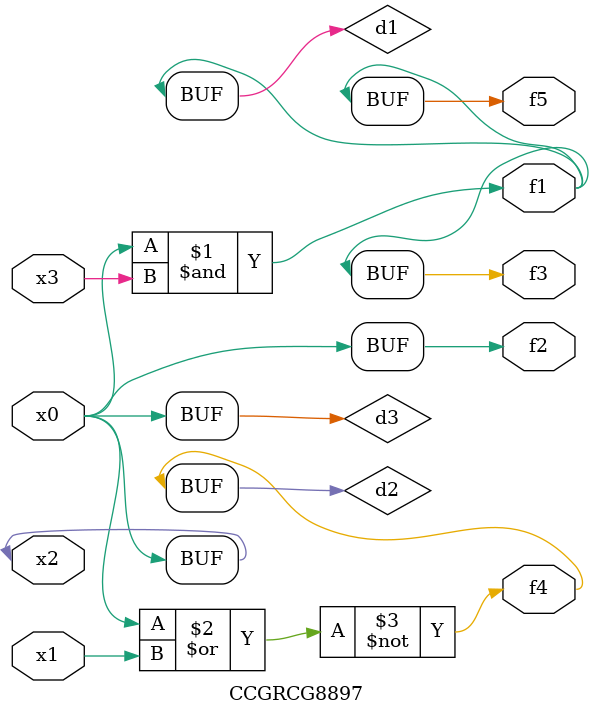
<source format=v>
module CCGRCG8897(
	input x0, x1, x2, x3,
	output f1, f2, f3, f4, f5
);

	wire d1, d2, d3;

	and (d1, x2, x3);
	nor (d2, x0, x1);
	buf (d3, x0, x2);
	assign f1 = d1;
	assign f2 = d3;
	assign f3 = d1;
	assign f4 = d2;
	assign f5 = d1;
endmodule

</source>
